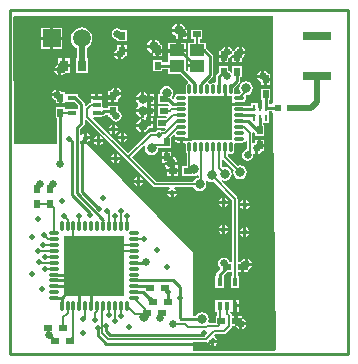
<source format=gtl>
%FSTAX24Y24*%
%MOIN*%
%SFA1B1*%

%IPPOS*%
%ADD10R,0.027600X0.035400*%
%ADD11R,0.020000X0.025000*%
%ADD12O,0.033500X0.011800*%
%ADD13O,0.011800X0.033500*%
%ADD14R,0.145700X0.145700*%
%ADD15R,0.025000X0.020000*%
%ADD16R,0.027600X0.015700*%
%ADD17R,0.015700X0.027600*%
%ADD18R,0.023600X0.019700*%
%ADD19R,0.094500X0.029500*%
%ADD20R,0.047200X0.039400*%
%ADD21R,0.047200X0.039400*%
%ADD22R,0.200800X0.200800*%
%ADD23O,0.033500X0.011000*%
%ADD24O,0.011000X0.033500*%
%ADD25R,0.009800X0.021700*%
%ADD26C,0.010000*%
%ADD27C,0.006000*%
%ADD28C,0.008000*%
%ADD29C,0.020000*%
%ADD30C,0.015000*%
%ADD31R,0.059100X0.059100*%
%ADD32C,0.059100*%
%ADD33C,0.020000*%
%ADD34C,0.025000*%
%ADD35C,0.033000*%
%LN16_chan-1*%
%LPD*%
G36*
X02063Y02136D02*
X020656Y018489D01*
X020625Y018458*
Y018412*
X020512*
Y018565*
X02056*
Y018935*
X02024*
Y018565*
X020288*
Y018468*
X020253*
Y0183*
X020153*
Y018468*
X019897*
Y018357*
X019767*
X019735Y018396*
X019733Y018392*
X019514*
Y018492*
X019733*
X019709Y018528*
Y018553*
X019735Y018593*
X019744Y018639*
X019735Y018685*
X019748Y018719*
X01975Y018721*
X019838Y018738*
X019912Y018788*
X019962Y018862*
X019979Y01895*
X019962Y019038*
X019912Y019112*
X019838Y019162*
X01975Y019179*
X019662Y019162*
X019588Y019112*
X019538Y019038*
X019521Y01895*
X019538Y018862*
X019566Y01882*
X019506Y01876*
X019406*
X019393Y018758*
X019358Y018793*
X01936Y018806*
Y018952*
X019529Y019121*
X019554Y019157*
X019562Y0192*
Y019315*
X01961*
Y019685*
X01929*
Y019485*
X019242Y01947*
X019233Y019483*
X019172Y019524*
X01916Y019527*
Y019685*
X01884*
Y019499*
X018766Y019425*
X018742Y019388*
X018733Y019345*
Y019167*
X018694Y019135*
X018648Y019144*
X018602Y019135*
X018563Y019109*
X018537*
X018498Y019135*
X018485Y019177*
X018629Y019321*
X018654Y019357*
X018662Y0194*
Y02*
X018654Y020043*
X018629Y020079*
X018417Y020291*
X018416Y020292*
Y020469*
X018211*
Y02059*
X018285*
Y02091*
X017915*
Y02059*
X018028*
Y020469*
X017823*
Y019955*
Y01975*
X018119*
Y01965*
X017823*
Y019551*
X017788Y019536*
X017746Y019564*
Y019955*
Y020162*
X017154*
Y019955*
Y019812*
X01696*
Y019885*
X01664*
Y019515*
X01696*
Y019588*
X017154*
Y019443*
X017548*
X017812Y01918*
X017807Y01913*
X017775Y019109*
X017749Y019069*
X01774Y019023*
Y018806*
X017742Y018793*
X017707Y018758*
X017694Y01876*
X017477*
X017431Y018751*
X017391Y018725*
X017365Y018685*
X017356Y018639*
X017362Y018606*
X017318Y018583*
X017263Y018638*
X017312Y018712*
X017329Y0188*
X017312Y018888*
X017262Y018962*
X017188Y019012*
X0171Y019029*
X017012Y019012*
X016938Y018962*
X016888Y018888*
X016871Y0188*
Y018799*
X016839Y01876*
X016815*
Y01844*
X017144*
X017177Y018406*
X017158Y01836*
X016815*
Y01804*
X017095*
X017114Y017994*
X01708Y01796*
X016765*
Y01764*
X017045*
X017064Y017594*
X017012Y017542*
X016926*
X016912Y017551*
X01685Y017563*
X016788Y017551*
X016735Y017515*
X016719Y017492*
X01657*
X016535Y017485*
X016505Y017465*
X01582Y01678*
X014661Y017939*
X01468Y017985*
X014961*
Y018018*
X015003Y018026*
X015039Y018051*
X015056Y018068*
X01515*
Y017995*
X015228*
X015236Y017958*
X015277Y017897*
X015338Y017856*
X01541Y017841*
X015482Y017856*
X015543Y017897*
X015584Y017958*
X015599Y01803*
X015584Y018102*
X015543Y018163*
X015482Y018204*
X01547Y018207*
Y018365*
X01515*
Y018292*
X01501*
X015Y01829*
X014961Y018322*
Y018497*
Y018586*
X014566*
Y018497*
Y018471*
X014541Y018466*
X014535Y018465*
X014505Y018445*
X014418Y018358*
X014372Y018377*
Y01843*
X014364Y018473*
X014339Y018509*
X014154Y018694*
Y018775*
X013759*
X013755*
X01372Y01881*
Y018815*
X013626*
X013593Y018863*
X013532Y018904*
X01351Y018909*
Y01873*
X01346*
Y01868*
X013281*
X013286Y018658*
X013327Y018597*
X013388Y018556*
X0134Y018553*
Y018445*
X01351*
Y01863*
X01361*
Y018445*
X01372*
Y018497*
X013759*
X014034*
X014148Y018384*
Y018263*
X013759*
X013755*
X01372Y018298*
Y018315*
X0134*
Y017945*
X013448*
Y01708*
X012*
X01199Y021335*
X012025Y02137*
X02063Y02136*
G37*
G36*
X017381Y017388D02*
X017391Y017372D01*
Y017347*
X017367Y017311*
X017586*
Y017261*
X017635*
Y01714*
X017694*
X017707Y017142*
X017742Y017107*
X01774Y017094*
Y016877*
X017749Y016831*
X017769Y0168*
Y01636*
X017615*
Y01604*
X017909*
X017912Y016038*
X018Y016021*
X018088Y016038*
X018119Y016059*
X018163Y016035*
Y015972*
X018112Y015962*
X018038Y015912*
X017991Y015842*
X016758*
X01595Y01665*
X01634Y01704*
X016384Y017016*
X016371Y01695*
X016388Y016862*
X016438Y016788*
X016512Y016738*
X0166Y016721*
X016688Y016738*
X016762Y016788*
X016812Y016862*
X016829Y01695*
X016836Y016958*
X017*
X017034Y016965*
X01726*
Y017322*
X017331Y017393*
X017381Y017388*
G37*
G36*
X020625Y018142D02*
X020659D01*
X02073Y010216*
X020694Y01018*
X01798Y0102*
Y010488*
X018413*
X018446Y010495*
X018487Y010467*
X018489Y010458*
X018525Y010405*
X018578Y010369*
X01859Y010367*
Y01052*
X01864*
Y01057*
X018793*
X018791Y010582*
X018755Y010635*
X018702Y010671*
X018698Y010672*
X018684Y010719*
X018722Y010758*
X01902*
X019059Y010766*
X019092Y010788*
X019252Y010948*
X019274Y010981*
X019282Y01102*
Y01104*
X01937*
Y0112*
Y01136*
X019282*
Y01138*
X019274Y011419*
X019252Y011452*
X019222Y011482*
Y011499*
X019326*
Y011696*
Y011894*
X018725*
Y011499*
X018772*
Y01136*
X018735*
Y011134*
X01855*
X018492Y011172*
X018509Y01126*
X018492Y011348*
X018442Y011422*
X018368Y011472*
X01828Y011489*
X018192Y011472*
X018118Y011422*
X018084Y011372*
X01798*
Y01347*
X01797*
X01443Y01708*
X014212*
Y017207*
X01426Y017222*
X014285Y017185*
X014338Y017149*
X01435Y017147*
Y0173*
Y017453*
X014338Y017451*
X014285Y017415*
X01426Y017378*
X014212Y017393*
Y017584*
X014339Y017711*
X014364Y017747*
X014372Y01779*
Y017903*
X014418Y017922*
X015755Y016585*
X016655Y015685*
X016685Y015665*
X01672Y015658*
X017188*
X017202Y01561*
X017165Y015585*
X017129Y015532*
X017127Y01552*
X017433*
X017431Y015532*
X017395Y015585*
X017358Y01561*
X017372Y015658*
X017991*
X018038Y015588*
X018112Y015538*
X0182Y015521*
X018288Y015538*
X018362Y015588*
X018412Y015662*
X018429Y01575*
X018412Y015838*
X018397Y01586*
X018438Y015888*
X018512Y015838*
X0186Y015821*
X018683Y015837*
X019284Y015236*
Y01316*
X019181*
X019174Y013192*
X019133Y013253*
X019072Y013294*
X019Y013309*
X018928Y013294*
X018867Y013253*
X018826Y013192*
X018811Y01312*
X018826Y013048*
X018867Y012987*
X018883Y012976*
X018888Y012926*
X018785Y012823*
X01876Y012787*
X018752Y012744*
Y012701*
X018725*
Y012306*
X019003*
Y012701*
X018996Y012718*
X019119Y01284*
X019284*
Y012701*
X019237*
Y012306*
X019515*
Y012701*
X019468*
Y01284*
X01957*
Y013*
Y01316*
X019468*
Y015274*
X019462Y015303*
X019461Y015309*
X019441Y015339*
X01893Y01585*
X018962Y015888*
X01905Y015871*
X019138Y015888*
X019212Y015938*
X019262Y016012*
X019279Y0161*
X019262Y016188*
X019212Y016262*
X019138Y016312*
X01905Y016329*
X018976Y016315*
X018937Y016346*
Y016566*
X018944Y016571*
X018983Y016587*
X019337Y016233*
X019321Y01615*
X019338Y016062*
X019388Y015988*
X019462Y015938*
X01955Y015921*
X019638Y015938*
X019712Y015988*
X019762Y016062*
X019779Y01615*
X019762Y016238*
X019712Y016312*
X019638Y016362*
X01955Y016379*
X019467Y016363*
X019134Y016696*
Y016751*
X019178Y016775*
X019193Y016765*
X019239Y016756*
X019285Y016765*
X019325Y016791*
X019351Y016831*
X01936Y016877*
Y017094*
X019358Y017107*
X019393Y017142*
X019406Y01714*
X019623*
X019669Y017149*
X019709Y017175*
X01973Y017208*
X019778Y017193*
Y016914*
X019728Y016904*
X019667Y016863*
X019626Y016802*
X019611Y01673*
X019626Y016658*
X019667Y016597*
X019728Y016556*
X0198Y016541*
X019872Y016556*
X019933Y016597*
X019974Y016658*
X019989Y01673*
X019985Y016749*
X020026Y016777*
X020028Y016776*
X02005Y016771*
Y01695*
X02015*
Y016771*
X020172Y016776*
X020233Y016817*
X020266Y016865*
X02036*
Y017*
X0202*
Y01705*
X02015*
Y017235*
X02004*
Y01714*
X019997Y017114*
X019962Y017133*
Y017459*
X019959Y017473*
X020003Y017497*
X020029Y017471*
X02004Y017464*
Y017365*
X02036*
Y017735*
X020312*
Y017797*
X020509*
Y018132*
Y018188*
X020625*
Y018142*
G37*
%LN16_chan-2*%
%LPC*%
G36*
X0173Y016669D02*
Y0165D01*
X017469*
X017462Y016538*
X017412Y016612*
X017338Y016662*
X0173Y016669*
G37*
G36*
X015563Y01656D02*
X01546D01*
Y016457*
X015472Y016459*
X015525Y016495*
X015561Y016548*
X015563Y01656*
G37*
G36*
X01705Y016835D02*
X01694D01*
Y0167*
X01705*
Y016835*
G37*
G36*
X01546Y016763D02*
Y01666D01*
X015563*
X015561Y016672*
X015525Y016725*
X015472Y016761*
X01546Y016763*
G37*
G36*
X01536D02*
X015348Y016761D01*
X015295Y016725*
X015259Y016672*
X015257Y01666*
X01536*
Y016763*
G37*
G36*
X01725Y01615D02*
X017115D01*
Y01604*
X01725*
Y01615*
G37*
G36*
X01621Y015993D02*
Y01589D01*
X016313*
X016311Y015902*
X016275Y015955*
X016222Y015991*
X01621Y015993*
G37*
G36*
X01611D02*
X016098Y015991D01*
X016045Y015955*
X016009Y015902*
X016007Y01589*
X01611*
Y015993*
G37*
G36*
X017485Y01615D02*
X01735D01*
Y01604*
X017485*
Y01615*
G37*
G36*
X01536Y01656D02*
X015257D01*
X015259Y016548*
X015295Y016495*
X015348Y016459*
X01536Y016457*
Y01656*
G37*
G36*
X0172Y0166D02*
X01694D01*
Y016465*
X017008*
X017021Y01645*
X017031Y0165*
X0172*
Y0166*
G37*
G36*
X017469Y0164D02*
X017031D01*
X017038Y016362*
X017088Y016288*
X017115Y01627*
Y01625*
X017485*
Y01636*
X017462Y016362*
X017469Y0164*
G37*
G36*
X01726Y016835D02*
X01715D01*
Y0167*
X01726*
Y016835*
G37*
G36*
X01488Y017353D02*
Y01725D01*
X014983*
X014981Y017262*
X014945Y017315*
X014892Y017351*
X01488Y017353*
G37*
G36*
X01478D02*
X014768Y017351D01*
X014715Y017315*
X014679Y017262*
X014677Y01725*
X01478*
Y017353*
G37*
G36*
X015783Y01726D02*
X01568D01*
Y017157*
X015692Y017159*
X015745Y017195*
X015781Y017248*
X015783Y01726*
G37*
G36*
X01568Y017463D02*
Y01736D01*
X015783*
X015781Y017372*
X015745Y017425*
X015692Y017461*
X01568Y017463*
G37*
G36*
X01558D02*
X015568Y017461D01*
X015515Y017425*
X015479Y017372*
X015477Y01736*
X01558*
Y017463*
G37*
G36*
X01445Y017453D02*
Y01735D01*
X014553*
X014551Y017362*
X014515Y017415*
X014462Y017451*
X01445Y017453*
G37*
G36*
X02036Y017235D02*
X02025D01*
Y0171*
X02036*
Y017235*
G37*
G36*
X014983Y01715D02*
X01488D01*
Y017047*
X014892Y017049*
X014945Y017085*
X014981Y017138*
X014983Y01715*
G37*
G36*
X01478D02*
X014677D01*
X014679Y017138*
X014715Y017085*
X014768Y017049*
X01478Y017047*
Y01715*
G37*
G36*
X01558Y01726D02*
X015477D01*
X015479Y017248*
X015515Y017195*
X015568Y017159*
X01558Y017157*
Y01726*
G37*
G36*
X014553Y01725D02*
X01445D01*
Y017147*
X014462Y017149*
X014515Y017185*
X014551Y017238*
X014553Y01725*
G37*
G36*
X017535Y017211D02*
X017367D01*
X017391Y017175*
X017431Y017149*
X017477Y01714*
X017535*
Y017211*
G37*
G36*
X016313Y01579D02*
X01621D01*
Y015687*
X016222Y015689*
X016275Y015725*
X016311Y015778*
X016313Y01579*
G37*
G36*
X01966Y01411D02*
X019557D01*
X019559Y014098*
X019595Y014045*
X019648Y014009*
X01966Y014007*
Y01411*
G37*
G36*
X01981Y013259D02*
Y01313D01*
X019939*
X019934Y013152*
X019893Y013213*
X019832Y013254*
X01981Y013259*
G37*
G36*
X019939Y01303D02*
X01981D01*
Y012901*
X019832Y012906*
X019893Y012947*
X019934Y013008*
X019939Y01303*
G37*
G36*
X019863Y01411D02*
X01976D01*
Y014007*
X019772Y014009*
X019825Y014045*
X019861Y014098*
X019863Y01411*
G37*
G36*
X01966Y014313D02*
X019648Y014311D01*
X019595Y014275*
X019559Y014222*
X019557Y01421*
X01966*
Y014313*
G37*
G36*
X019143Y01419D02*
X01904D01*
Y014087*
X019052Y014089*
X019105Y014125*
X019141Y014178*
X019143Y01419*
G37*
G36*
X01894D02*
X018837D01*
X018839Y014178*
X018875Y014125*
X018928Y014089*
X01894Y014087*
Y01419*
G37*
G36*
X01962Y011279D02*
Y01115D01*
X019749*
X019744Y011172*
X019703Y011233*
X019642Y011274*
X01962Y011279*
G37*
G36*
X019749Y01105D02*
X01962D01*
Y010921*
X019642Y010926*
X019703Y010967*
X019744Y011028*
X019749Y01105*
G37*
G36*
X018793Y01047D02*
X01869D01*
Y010367*
X018702Y010369*
X018755Y010405*
X018791Y010458*
X018793Y01047*
G37*
G36*
X019605Y01136D02*
X01947D01*
Y0112*
Y01104*
X019393*
X019396Y011028*
X019437Y010967*
X019498Y010926*
X01952Y010921*
Y0111*
Y011279*
X01957Y011289*
X019605Y011282*
Y01136*
G37*
G36*
X01971Y013259D02*
X019688Y013254D01*
X019627Y013213*
X019591Y01316*
X01967*
Y013*
Y01284*
X019805*
Y0129*
X01976Y012891*
X01971Y012901*
Y01308*
Y013259*
G37*
G36*
X019515Y011894D02*
X019426D01*
Y011746*
X019515*
Y011894*
G37*
G36*
Y011646D02*
X019426D01*
Y011499*
X019515*
Y011646*
G37*
G36*
X01895Y015313D02*
X018938Y015311D01*
X018885Y015275*
X018849Y015222*
X018847Y01521*
X01895*
Y015313*
G37*
G36*
X01976Y015223D02*
Y01512D01*
X019863*
X019861Y015132*
X019825Y015185*
X019772Y015221*
X01976Y015223*
G37*
G36*
X01966D02*
X019648Y015221D01*
X019595Y015185*
X019559Y015132*
X019557Y01512*
X01966*
Y015223*
G37*
G36*
X01905Y015313D02*
Y01521D01*
X019153*
X019151Y015222*
X019115Y015275*
X019062Y015311*
X01905Y015313*
G37*
G36*
X01611Y01579D02*
X016007D01*
X016009Y015778*
X016045Y015725*
X016098Y015689*
X01611Y015687*
Y01579*
G37*
G36*
X017433Y01542D02*
X01733D01*
Y015317*
X017342Y015319*
X017395Y015355*
X017431Y015408*
X017433Y01542*
G37*
G36*
X01723D02*
X017127D01*
X017129Y015408*
X017165Y015355*
X017218Y015319*
X01723Y015317*
Y01542*
G37*
G36*
X01904Y014393D02*
Y01429D01*
X019143*
X019141Y014302*
X019105Y014355*
X019052Y014391*
X01904Y014393*
G37*
G36*
X01894D02*
X018928Y014391D01*
X018875Y014355*
X018839Y014302*
X018837Y01429*
X01894*
Y014393*
G37*
G36*
X01976Y014313D02*
Y01421D01*
X019863*
X019861Y014222*
X019825Y014275*
X019772Y014311*
X01976Y014313*
G37*
G36*
X01966Y01502D02*
X019557D01*
X019559Y015008*
X019595Y014955*
X019648Y014919*
X01966Y014917*
Y01502*
G37*
G36*
X019153Y01511D02*
X01905D01*
Y015007*
X019062Y015009*
X019115Y015045*
X019151Y015098*
X019153Y01511*
G37*
G36*
X01895D02*
X018847D01*
X018849Y015098*
X018885Y015045*
X018938Y015009*
X01895Y015007*
Y01511*
G37*
G36*
X019863Y01502D02*
X01976D01*
Y014917*
X019772Y014919*
X019825Y014955*
X019861Y015008*
X019863Y01502*
G37*
G36*
X01527Y01754D02*
X015167D01*
X015169Y017528*
X015205Y017475*
X015258Y017439*
X01527Y017437*
Y01754*
G37*
G36*
X01662Y0203D02*
X016451D01*
X016458Y020262*
X016508Y020188*
X016582Y020138*
X01662Y020131*
Y0203*
G37*
G36*
X01696Y020385D02*
X016892D01*
X016899Y02035*
X016889Y0203*
X01672*
Y020131*
X01667Y020121*
X01664Y020127*
Y020015*
X01675*
Y0202*
X0168*
Y02025*
X01696*
Y020385*
G37*
G36*
X01929Y020185D02*
D01*
X019282*
X019289Y02015*
X019279Y0201*
X018921*
X018911Y02015*
X018918Y020185*
X01884*
Y02005*
X01916*
Y019973*
X019172Y019976*
X019233Y020017*
X019242Y02003*
X01929Y020015*
Y02005*
X01961*
Y019973*
X019622Y019976*
X019683Y020017*
X019724Y020078*
X019729Y0201*
X019371*
X019361Y02015*
X019368Y020185*
X01929*
G37*
G36*
X01905Y020329D02*
X019028Y020324D01*
X018967Y020283*
X018926Y020222*
X018921Y0202*
X01905*
Y020329*
G37*
G36*
X0196D02*
Y0202D01*
X019729*
X019724Y020222*
X019683Y020283*
X019622Y020324*
X0196Y020329*
G37*
G36*
X0195D02*
X019478Y020324D01*
X019417Y020283*
X019376Y020222*
X019371Y0202*
X0195*
Y020329*
G37*
G36*
X01915D02*
Y0202D01*
X019279*
X019274Y020222*
X019233Y020283*
X019172Y020324*
X01915Y020329*
G37*
G36*
X0194Y01995D02*
X01929D01*
Y019815*
X0194*
Y01995*
G37*
G36*
X01916D02*
X01905D01*
Y019815*
X01916*
Y01995*
G37*
G36*
X01895D02*
X01884D01*
Y019815*
X01895*
Y01995*
G37*
G36*
X01961D02*
X0195D01*
Y019815*
X01961*
Y01995*
G37*
G36*
X01696Y02015D02*
X01685D01*
Y020015*
X01696*
Y02015*
G37*
G36*
X01557Y020395D02*
X01546D01*
Y020265*
X015458Y020264*
X015397Y020223*
X015356Y020162*
X015351Y02014*
X01553*
Y02009*
X01558*
Y019911*
X015602Y019916*
X015663Y019957*
X015704Y020018*
X015706Y020025*
X01578*
Y02016*
X01562*
Y02021*
X01557*
Y020395*
G37*
G36*
X01548Y02004D02*
X015351D01*
X015356Y020018*
X015397Y019957*
X015458Y019916*
X01548Y019911*
Y02004*
G37*
G36*
X017785Y0207D02*
X01765D01*
Y02059*
X017785*
Y0207*
G37*
G36*
Y02091D02*
X017725D01*
X017729Y02089*
X017719Y02084*
X017281*
X017288Y020802*
X017338Y020728*
X017412Y020678*
X017415Y020677*
Y02059*
X01755*
Y02075*
X0176*
Y0208*
X017785*
Y02091*
G37*
G36*
X01546Y020949D02*
X015388Y020934D01*
X015327Y020893*
X015286Y020832*
X015271Y02076*
X015286Y020688*
X015327Y020627*
X015388Y020586*
X01546Y020571*
Y020525*
X01578*
Y020895*
X015591*
X015532Y020934*
X01546Y020949*
G37*
G36*
X01322Y020975D02*
X012915D01*
Y02067*
X01322*
Y020975*
G37*
G36*
X01755Y021109D02*
Y02094D01*
X017719*
X017712Y020978*
X017662Y021052*
X017588Y021102*
X01755Y021109*
G37*
G36*
X01745D02*
X017412Y021102D01*
X017338Y021052*
X017288Y020978*
X017281Y02094*
X01745*
Y021109*
G37*
G36*
X013625Y020975D02*
X01332D01*
Y02067*
X013625*
Y020975*
G37*
G36*
X017746Y020469D02*
X0175D01*
Y020262*
X017746*
Y020469*
G37*
G36*
X0174D02*
X017154D01*
Y020262*
X0174*
Y020469*
G37*
G36*
X01578Y020395D02*
X01567D01*
Y02026*
X01578*
Y020395*
G37*
G36*
X01322Y02057D02*
X012915D01*
Y020265*
X01322*
Y02057*
G37*
G36*
X01672Y020569D02*
Y0204D01*
X016889*
X016882Y020438*
X016832Y020512*
X016758Y020562*
X01672Y020569*
G37*
G36*
X01662D02*
X016582Y020562D01*
X016508Y020512*
X016458Y020438*
X016451Y0204*
X01662*
Y020569*
G37*
G36*
X013625Y02057D02*
X01332D01*
Y020265*
X013625*
Y02057*
G37*
G36*
X016685Y01836D02*
X01655D01*
Y01825*
X016685*
Y01836*
G37*
G36*
Y01815D02*
X01655D01*
Y01804*
X016685*
Y01815*
G37*
G36*
X01625D02*
X016081D01*
X016088Y018112*
X016138Y018038*
X016212Y017988*
X01625Y017981*
Y01815*
G37*
G36*
X016685Y01855D02*
X01655D01*
Y01844*
X016685*
Y01855*
G37*
G36*
X01625Y018819D02*
X016212Y018812D01*
X016138Y018762*
X016088Y018688*
X016081Y01865*
X01625*
Y018819*
G37*
G36*
X01536Y018959D02*
X015338Y018954D01*
X015277Y018913*
X015244Y018865*
X01515*
Y01873*
X01531*
Y01868*
X01536*
Y018495*
X01547*
Y018603*
X015482Y018606*
X015543Y018647*
X015584Y018708*
X015589Y01873*
X01541*
Y01878*
X01536*
Y018959*
G37*
G36*
X01526Y01863D02*
X01515D01*
Y018495*
X01526*
Y01863*
G37*
G36*
X01527Y017743D02*
X015258Y017741D01*
X015205Y017705*
X015169Y017652*
X015167Y01764*
X01527*
Y017743*
G37*
G36*
X01625Y01765D02*
X016081D01*
X016088Y017612*
X016138Y017538*
X016212Y017488*
X01625Y017481*
Y01765*
G37*
G36*
X015473Y01754D02*
X01537D01*
Y017437*
X015382Y017439*
X015435Y017475*
X015471Y017528*
X015473Y01754*
G37*
G36*
X01537Y017743D02*
Y01764D01*
X015473*
X015471Y017652*
X015435Y017705*
X015382Y017741*
X01537Y017743*
G37*
G36*
X01635Y018819D02*
Y0186D01*
X0163*
Y01855*
X016081*
X016088Y018512*
X016138Y018438*
X016157Y018425*
Y018375*
X016138Y018362*
X016088Y018288*
X016081Y01825*
X0163*
Y0182*
X01635*
Y017981*
X0163Y017971*
X016265Y017978*
Y01796*
Y017922*
X0163Y017929*
X01635Y017919*
Y0177*
Y017481*
X016388Y017488*
X016462Y017538*
X016512Y017612*
X016517Y01764*
X016635*
Y01775*
X01645*
Y0178*
X0164*
Y01796*
X016432*
X016417Y018008*
X016462Y018038*
X016464Y01804*
X01645*
Y0182*
Y01836*
X016464*
X016462Y018362*
X016443Y018375*
Y018425*
X016462Y018438*
X016464Y01844*
X01645*
Y0186*
Y01876*
X016464*
X016462Y018762*
X016388Y018812*
X01635Y018819*
G37*
G36*
X016635Y01796D02*
X0165D01*
Y01785*
X016635*
Y01796*
G37*
G36*
X01625Y017919D02*
X016212Y017912D01*
X016138Y017862*
X016088Y017788*
X016081Y01775*
X01625*
Y017919*
G37*
G36*
X02025Y019529D02*
X020228Y019524D01*
X020167Y019483*
X020126Y019422*
X020121Y0194*
X02025*
Y019529*
G37*
G36*
X013477Y019746D02*
X013468Y019744D01*
X013407Y019703*
X013366Y019642*
X013361Y01962*
X01354*
Y01957*
X01359*
Y019391*
X013612Y019396*
X013673Y019437*
X013698Y019473*
X013625*
Y01966*
X013477*
Y019746*
G37*
G36*
X01349Y01952D02*
X013361D01*
X013366Y019498*
X013407Y019437*
X013468Y019396*
X01349Y019391*
Y01952*
G37*
G36*
X013873Y01966D02*
X013725D01*
Y019473*
X013873*
Y01966*
G37*
G36*
Y019947D02*
X013725D01*
Y01976*
X013873*
Y019947*
G37*
G36*
X013625D02*
X013477D01*
Y01976*
X013625*
Y019947*
G37*
G36*
X01427Y020978D02*
X014177Y020966D01*
X014091Y02093*
X014017Y020873*
X01396Y020799*
X013924Y020713*
X013912Y02062*
X013924Y020527*
X01396Y020441*
X014017Y020367*
X014091Y02031*
X014107Y020303*
Y019947*
X014067*
Y019473*
X014463*
Y019947*
X014433*
Y020303*
X014449Y02031*
X014523Y020367*
X01458Y020441*
X014616Y020527*
X014628Y02062*
X014616Y020713*
X01458Y020799*
X014523Y020873*
X014449Y02093*
X014363Y020966*
X01427Y020978*
G37*
G36*
X014961Y018775D02*
X014814D01*
Y018686*
X014961*
Y018775*
G37*
G36*
X014714D02*
X014566D01*
Y018686*
X014714*
Y018775*
G37*
G36*
X016685Y01876D02*
X01655D01*
Y01865*
X016685*
Y01876*
G37*
G36*
X01341Y018909D02*
X013388Y018904D01*
X013327Y018863*
X013286Y018802*
X013281Y01878*
X01341*
Y018909*
G37*
G36*
X02056Y0192D02*
X02045D01*
Y019065*
X02056*
Y0192*
G37*
G36*
X02035Y019529D02*
Y01935D01*
X0203*
Y0193*
X020121*
X020126Y019278*
X020167Y019217*
X020228Y019176*
X02024Y019173*
Y019065*
X02035*
Y01925*
X0204*
Y0193*
X02056*
Y019435*
X020466*
X020433Y019483*
X020372Y019524*
X02035Y019529*
G37*
G36*
X01546Y018959D02*
Y01883D01*
X015589*
X015584Y018852*
X015543Y018913*
X015482Y018954*
X01546Y018959*
G37*
%LN16_chan-3*%
%LPD*%
G54D10*
X014265Y01971D03*
X013675D03*
G54D11*
X01562Y02071D03*
Y02021D03*
X0171Y01665D03*
Y01715D03*
X01945Y02D03*
Y0195D03*
X0202Y01755D03*
Y01705D03*
X0204Y01925D03*
Y01875D03*
X019Y02D03*
Y0195D03*
X0168Y0197D03*
Y0202D03*
X01531Y01818D03*
Y01868D03*
X01356Y01863D03*
Y01813D03*
X01277Y01511D03*
Y01561D03*
X01321D03*
Y01511D03*
G54D12*
X019515Y017655D03*
Y017458D03*
Y017261D03*
X017585Y018639D03*
Y017458D03*
Y017852D03*
X019515Y018639D03*
Y018442D03*
Y018245D03*
Y018048D03*
Y017852D03*
X017585Y017261D03*
Y017655D03*
Y018048D03*
Y018245D03*
Y018442D03*
G54D13*
X018452Y018915D03*
X018648D03*
X017861D03*
X019239Y016985D03*
X019042D03*
X018845D03*
X018648D03*
X018452D03*
X018255D03*
X018058D03*
Y018915D03*
X018255D03*
X018845D03*
X019042D03*
X019239D03*
X017861Y016985D03*
G54D14*
X01855Y01795D03*
G54D15*
X01705Y0123D03*
X01655D03*
X0178Y0162D03*
X0173D03*
X01645Y0178D03*
X01695D03*
X0165Y0182D03*
X017D03*
X0165Y0186D03*
X017D03*
X0181Y02075D03*
X0176D03*
X01645Y01145D03*
X01695D03*
X01892Y0112D03*
X01942D03*
X01962Y013D03*
X01912D03*
X01315Y01095D03*
X01365D03*
X01388Y01054D03*
X01338D03*
X01666Y01184D03*
X01716D03*
G54D16*
X014764Y018124D03*
Y01838D03*
Y018636D03*
X013956D03*
Y018124D03*
G54D17*
X018864Y011696D03*
X01912D03*
X019376D03*
Y012504D03*
X018864D03*
G54D18*
X020803Y0183D03*
X021197D03*
G54D19*
X0221Y01935D03*
Y020708D03*
G54D20*
X01745Y020212D03*
X018119D03*
Y0197D03*
G54D21*
X01745Y0197D03*
G54D22*
X014683Y013039D03*
G54D23*
X013344Y011956D03*
Y012153D03*
Y01235D03*
Y012546D03*
Y012743D03*
Y01294D03*
Y013137D03*
Y013334D03*
Y013531D03*
Y013728D03*
Y013924D03*
Y014121D03*
X016021D03*
Y013924D03*
Y013728D03*
Y013531D03*
Y013334D03*
Y013137D03*
Y01294D03*
Y012743D03*
Y012546D03*
Y01235D03*
Y012153D03*
Y011956D03*
G54D24*
X0136Y014377D03*
X013797D03*
X013994D03*
X014191D03*
X014387D03*
X014584D03*
X014781D03*
X014978D03*
X015175D03*
X015372D03*
X015568D03*
X015765D03*
Y0117D03*
X015568D03*
X015372D03*
X015175D03*
X014978D03*
X014781D03*
X014584D03*
X014387D03*
X014191D03*
X013994D03*
X013797D03*
X0136D03*
G54D25*
X0204Y0183D03*
X020203D03*
X020006D03*
X0204Y017965D03*
X020203D03*
X020006D03*
G54D26*
X01855Y01795D02*
X019042Y018442D01*
X017863Y017263D02*
X01855Y01795D01*
X017519Y0202D02*
Y020669D01*
X0168Y0202D02*
X017519D01*
X0165Y0182D02*
Y0186D01*
Y01785D02*
Y0182D01*
X0171Y01665D02*
X0173Y01645D01*
Y0162D02*
Y01645D01*
X01716Y01184D02*
Y01219D01*
X014584Y01294D02*
X014683Y013039D01*
X014584Y0117D02*
Y01294D01*
X01453Y01472D02*
Y014794D01*
X01394Y015384D02*
X01453Y014794D01*
X0141Y01545D02*
X014978Y014572D01*
X018864Y012744D02*
X01912Y013D01*
X01754Y01131D02*
Y01233D01*
X017Y0186D02*
X017142D01*
X019515Y017852D02*
X019808D01*
X019847Y017813*
X020109Y01755D02*
X0202D01*
X019847Y017812D02*
X020109Y01755D01*
X019847Y017812D02*
Y017813D01*
X01287Y01571D02*
Y01577D01*
X01705Y0123D02*
X01715Y0122D01*
Y01215D02*
Y0122D01*
X0178Y0162D02*
X01785Y01625D01*
X018*
X01955Y0201D02*
Y02015D01*
X018845Y019345D02*
X019Y0195D01*
X0191Y01935D02*
Y0194D01*
X019Y02D02*
X0191Y0201D01*
Y02015*
X0164Y0178D02*
X01645D01*
X0163Y0182D02*
X0165D01*
X017Y0186D02*
Y0187D01*
X0163Y0186D02*
X0165D01*
X016021Y01235D02*
X0165D01*
X019376Y011244D02*
X01942Y0112D01*
X019376Y011244D02*
Y011696D01*
X016021Y013137D02*
X016287D01*
X014387Y012743D02*
X014584Y01294D01*
X014191Y012546D02*
X014387Y012743D01*
X013344D02*
X014387D01*
X014191Y0117D02*
Y012546D01*
X013344Y01235D02*
X013994D01*
X013344Y012546D02*
X014191D01*
X013994Y01235D02*
X014191Y012546D01*
X0136Y011956D02*
X013994Y01235D01*
X0136Y0117D02*
Y011956D01*
X013344D02*
X0136D01*
X017142Y0186D02*
X0173Y018442D01*
X020203Y0183D02*
Y018497D01*
X02015Y01855D02*
X020203Y018497D01*
X01985Y01855D02*
X02015D01*
X019742Y018442D02*
X01985Y01855D01*
X019515Y018442D02*
X019742D01*
X01855Y0194D02*
Y02D01*
X018338Y020212D02*
X01855Y02D01*
X018845Y018915D02*
Y019345D01*
X018042Y0197D02*
X018119D01*
X017531Y020212D02*
X018042Y0197D01*
X019515Y018245D02*
X020002D01*
X020006Y01825*
X0204Y0183D02*
X020753D01*
X0204D02*
Y01875D01*
X0202Y01755D02*
Y017962D01*
X020203Y017965*
X0173Y018442D02*
X017585D01*
X019239Y018915D02*
Y018989D01*
X01945Y0192*
Y0195*
X017519Y020669D02*
X0176Y02075D01*
X0168Y0197D02*
X01745D01*
X018058Y019092*
Y018915D02*
Y019092D01*
X018119Y020212D02*
X018338D01*
X018255Y018915D02*
Y019105D01*
X01855Y0194*
X019042Y018442D02*
Y018915D01*
X017585Y017261D02*
X017587Y017263D01*
X017863*
X019042Y018442D02*
X019515D01*
Y018048D02*
X020006D01*
X018864Y012504D02*
Y012744D01*
X01501Y01818D02*
X01531D01*
X01496Y01813D02*
X01501Y01818D01*
X014769Y01813D02*
X01496D01*
X014764Y018124D02*
X014769Y01813D01*
X014764Y018636D02*
X015266D01*
X01531Y01868*
X01645Y0178D02*
X0165Y01785D01*
X0197Y01308D02*
X01976D01*
X01952Y0111D02*
X01957D01*
X016021Y012546D02*
X017324D01*
X019Y01312D02*
X01912Y013D01*
X01667Y02033D02*
Y02035D01*
Y02033D02*
X0168Y0202D01*
X0175Y02085D02*
Y02089D01*
Y02085D02*
X0176Y02075D01*
X01315Y01077D02*
Y01095D01*
X01356Y01644D02*
Y01813D01*
X014054Y018636D02*
X01426Y01843D01*
Y01779D02*
Y01843D01*
X0148Y010718D02*
Y010842D01*
X01481Y010852*
Y01095*
X0148Y01096D02*
X01481Y01095D01*
X01318Y01074D02*
X01338Y01054D01*
X01315Y01077D02*
X01318Y01074D01*
X01759Y01126D02*
X01828D01*
X01754Y01131D02*
X01759Y01126D01*
X01509Y010852D02*
Y01103D01*
X018475Y01044D02*
X018555Y01052D01*
X01864*
X015078Y01044D02*
X018475D01*
X0148Y010718D02*
X015078Y01044D01*
X0141Y01545D02*
Y01763D01*
X01426Y01779*
X01427Y01717D02*
X0144Y0173D01*
X01427Y015506D02*
Y01717D01*
Y015506D02*
X014833Y014943D01*
X01386Y01727D02*
X01394Y01719D01*
Y015384D02*
Y01719D01*
X01509Y010852D02*
X015202Y01074D01*
X018321*
X01833Y010749*
Y01079*
X017324Y012546D02*
X01754Y01233D01*
X016307Y012153D02*
X01657Y01189D01*
X016021Y012153D02*
X016307D01*
X01688Y01128D02*
Y01138D01*
X01715Y0122D02*
X01716Y01219D01*
X01666Y01184D02*
X01667D01*
X01669Y01182*
X01188Y0101D02*
Y02156D01*
Y0101D02*
X02314D01*
Y02156*
X01188D02*
X02314D01*
G54D27*
X013994Y013728D02*
X014683Y013039D01*
X015175Y014377D02*
Y014795D01*
X01512Y01485D02*
X015175Y014795D01*
X01495Y01078D02*
Y011672D01*
X01537Y01118D02*
X015372Y011182D01*
Y0117*
X0198Y01673D02*
X01987Y0168D01*
Y017459*
X019675Y017655D02*
X01987Y017459D01*
X019515Y017655D02*
X019675D01*
X01332Y01572D02*
Y01575D01*
X01277Y01511D02*
X01321D01*
X013344Y014976*
Y014121D02*
Y014976D01*
X018255Y016356D02*
D01*
Y016985D01*
X0186Y01605D02*
X018648Y016098D01*
X018255Y016144D02*
Y016356D01*
X014191Y014377D02*
Y014679D01*
X015765Y014377D02*
Y014685D01*
X015568Y014377D02*
Y014869D01*
X01557Y01487*
X015372Y014377D02*
Y014688D01*
X015175Y01139D02*
Y0117D01*
X015372D02*
D01*
X014387Y011293D02*
Y0117D01*
X0166Y01695D02*
X0167Y01705D01*
X017*
X018648Y016098D02*
Y016985D01*
X018255Y016144D02*
D01*
Y015805D02*
Y016144D01*
X019042Y016658D02*
X01955Y01615D01*
X018845Y016305D02*
X01905Y0161D01*
X017Y01705D02*
X0171Y01715D01*
X0182Y01575D02*
X0183D01*
X0182D02*
X018255Y015805D01*
X01685Y0174D02*
X0169Y01745D01*
X01705*
X017452Y017852*
X017585*
X017463Y017655D02*
X017585D01*
X0171Y017292D02*
X017463Y017655D01*
X0171Y01715D02*
Y017292D01*
X013951Y01813D02*
X013956Y018124D01*
X016287Y013137D02*
X0163Y01315D01*
X01375Y011406D02*
X013797Y011453D01*
X013994Y010654D02*
Y0117D01*
X013797Y011453D02*
Y0117D01*
X019042Y016658D02*
Y016985D01*
X017Y0182D02*
X0172D01*
X01725Y01825*
X017581*
X017585Y018245*
X01695Y0178D02*
X01705D01*
X017298Y018048*
X017585*
X017861Y016261D02*
Y016985D01*
X018845Y016305D02*
Y016985D01*
X018119Y020212D02*
Y020731D01*
X0181Y02075D02*
X018119Y020731D01*
X015372Y013728D02*
X016021D01*
X014683Y013039D02*
X015175Y013531D01*
X015372Y013728*
X015175Y013531D02*
X016021D01*
X013994Y013728D02*
Y014377D01*
X018864Y011256D02*
Y011696D01*
X019515Y018639D02*
X01975Y018874D01*
X014781Y011541D02*
Y0117D01*
X01303Y01294D02*
X013344D01*
X01303D02*
D01*
X01283Y01312D02*
X01286Y01315D01*
X013064Y013334D02*
X013344D01*
X01286Y01315D02*
X012873Y013137D01*
X013344*
X01306Y01333D02*
X013064Y013334D01*
X01304Y01331D02*
X01306Y01333D01*
X013042Y013728D02*
Y013732D01*
X014978Y014377D02*
Y014572D01*
X016021Y013924D02*
X016304D01*
X01631Y01393*
X01635*
X01636Y01392*
X013042Y013728D02*
X013344D01*
X015765Y0117D02*
X016045Y01142D01*
X016021Y011956D02*
X01637Y011607D01*
X01559Y01136D02*
Y011679D01*
X015568Y0117D02*
X01559Y011679D01*
X0186Y01605D02*
X019376Y015274D01*
Y012504D02*
Y015274D01*
X016333Y011317D02*
Y011333D01*
X01892Y011159D02*
Y0112D01*
X01672Y01575D02*
X0182D01*
X013956Y018636D02*
X014054D01*
X01582Y01665D02*
X01672Y01575D01*
X01657Y0174D02*
X01685D01*
X01582Y01665D02*
X01657Y0174D01*
X01354Y01642D02*
X01356Y01644D01*
X014355Y01126D02*
X014387Y011293D01*
X0143Y01126D02*
X014355D01*
X0147Y01123D02*
Y01146D01*
X014781Y011541*
X013716Y011406D02*
X01375D01*
X01365Y01134D02*
X013716Y011406D01*
X01365Y01095D02*
Y01134D01*
X01388Y01054D02*
X013994Y010654D01*
X01495Y011672D02*
X014978Y0117D01*
X01446Y01801D02*
X01582Y01665D01*
X01356Y01813D02*
X013951D01*
X01457Y01838D02*
X014764D01*
X01446Y01827D02*
X01457Y01838D01*
X01446Y01801D02*
Y01827D01*
X013339Y01393D02*
X013344Y013924D01*
X01288Y01353D02*
X01289Y01352D01*
X01288Y01353D02*
X012881Y013531D01*
X01297Y01372D02*
X01303D01*
X012881Y013531D02*
X012891D01*
Y01353*
X013343D02*
X013344Y013531D01*
X012891Y01353D02*
X013343D01*
X01303Y01372D02*
X013042Y013732D01*
X013Y01406D02*
X01313Y01393D01*
X013339*
X013797Y014377D02*
Y014573D01*
X01367Y0147D02*
X013797Y014573D01*
X0173Y01108D02*
X01772D01*
X01354Y01642D02*
X01356D01*
X01637Y01142D02*
Y011607D01*
X016045Y01142D02*
X01637D01*
X01782Y01098D02*
X018409D01*
X01772Y01108D02*
X01782Y01098D01*
X018409D02*
X01847Y011042D01*
X018802*
X01892Y011159*
G54D28*
X01495Y01078D02*
X01514Y01059D01*
X01918Y01102D02*
Y01138D01*
X01912Y01144D02*
X01918Y01138D01*
X01912Y01144D02*
Y011696D01*
X01514Y01059D02*
X018413D01*
X018543Y01072*
Y010723*
X01868Y01086*
X01902D02*
X01918Y01102D01*
X01868Y01086D02*
X01902D01*
G54D29*
X013625Y01976D02*
X013675Y01971D01*
X01427Y01977D02*
Y02062D01*
X0221Y0185D02*
Y01935D01*
X021197Y0183D02*
X0219D01*
X0221Y0185*
G54D30*
X01546Y02076D02*
X01551Y02071D01*
X01562*
G54D31*
X01327Y02062D03*
G54D32*
X01427Y02062D03*
G54D33*
X01453Y01472D03*
X014833Y014943D03*
X01512Y01485D03*
X01498Y0153D03*
X015372Y014688D03*
X01509Y01103D03*
X015175Y01139D03*
X0148Y01096D03*
X01559Y01136D03*
X01417Y01471D03*
X01685Y0174D03*
X015765Y014685D03*
X01557Y01487D03*
X01635Y01393D03*
X01537Y01118D03*
X01715Y01215D03*
X01293Y012267D03*
X01261Y01277D03*
X012603Y01399D03*
X01281Y01461D03*
X01362Y0152D03*
X01677Y01356D03*
X01711Y01299D03*
X01585Y011D03*
X01432Y01081D03*
X0143Y01126D03*
X0147Y01123D03*
X01286Y01315D03*
X01303Y01294D03*
X01306Y01333D03*
X0128Y01352D03*
X013Y01406D03*
X01297Y01372D03*
X01532Y01759D03*
X01563Y01731D03*
X01483Y0172D03*
X01541Y01661D03*
X01616Y01584D03*
X01728Y01547D03*
X019Y01516D03*
X01899Y01424D03*
X01971Y01416D03*
Y01507D03*
X01367Y0147D03*
X01833Y01079D03*
X01864Y01052D03*
X01386Y01727D03*
X0144Y0173D03*
X01753Y01197D03*
X01657Y01189D03*
G54D34*
X01553Y02009D03*
X01354Y01957D03*
X01546Y02076D03*
X0198Y01673D03*
X01318Y01074D03*
X01287Y01577D03*
X01332Y01575D03*
X01955Y02015D03*
X0191Y01935D03*
X01541Y01878D03*
Y01803D03*
X01976Y01308D03*
X01957Y0111D03*
X0201Y01695D03*
X0203Y01935D03*
X0191Y02015D03*
X0164Y01315D03*
X0182Y0183D03*
X01885D03*
X01815Y01765D03*
X01885D03*
X01466Y01242D03*
X01461Y01368D03*
X01464Y01308D03*
X019Y01312D03*
X01356Y01644D03*
X01346Y01873D03*
X0173Y01108D03*
X01688Y01128D03*
G54D35*
X0163Y0182D03*
X0186Y01605D03*
X018Y01625D03*
X0166Y01695D03*
X01955Y01615D03*
X01905Y0161D03*
X0182Y01575D03*
X01725Y01645D03*
X0171Y0188D03*
X01975Y01895D03*
X01667Y02035D03*
X0163Y0177D03*
Y0186D03*
X016333Y011317D03*
X0175Y02089D03*
X01828Y01126D03*
M02*
</source>
